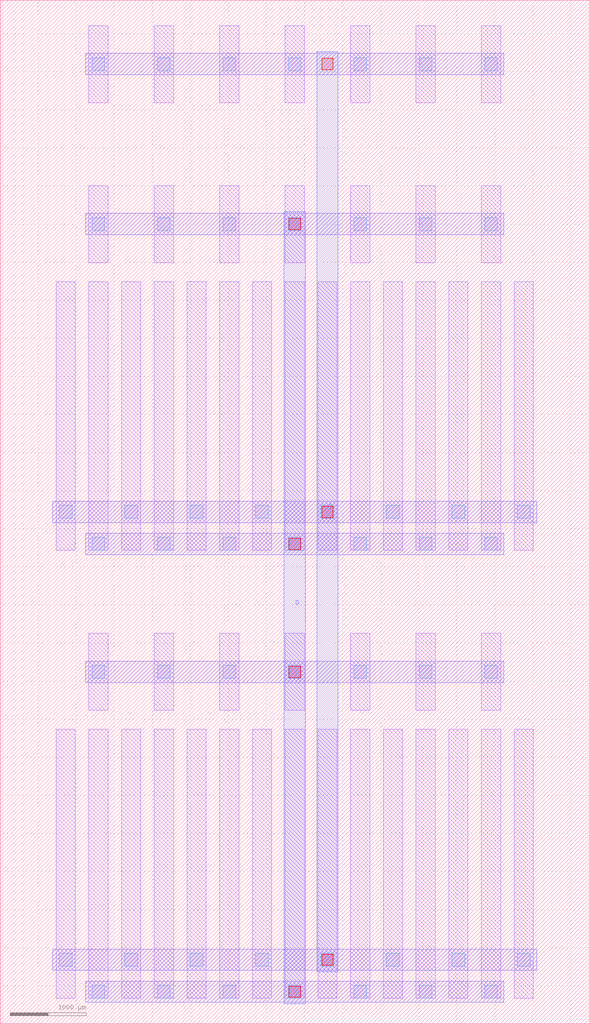
<source format=lef>
MACRO DCL_NMOS_S_91990922_X7_Y2
  UNITS 
    DATABASE MICRONS UNITS 1000;
  END UNITS 
  ORIGIN 0 0 ;
  FOREIGN DCL_NMOS_S_91990922_X7_Y2 0 0 ;
  SIZE 7740 BY 13440 ;
  PIN D
    DIRECTION INOUT ;
    USE SIGNAL ;
    PORT
      LAYER M3 ;
        RECT 3730 260 4010 10660 ;
    END
  END D
  PIN S
    DIRECTION INOUT ;
    USE SIGNAL ;
    PORT
      LAYER M3 ;
        RECT 4160 680 4440 12760 ;
    END
  END S
  OBS
    LAYER M1 ;
      RECT 1165 335 1415 3865 ;
    LAYER M1 ;
      RECT 1165 4115 1415 5125 ;
    LAYER M1 ;
      RECT 1165 6215 1415 9745 ;
    LAYER M1 ;
      RECT 1165 9995 1415 11005 ;
    LAYER M1 ;
      RECT 1165 12095 1415 13105 ;
    LAYER M1 ;
      RECT 735 335 985 3865 ;
    LAYER M1 ;
      RECT 735 6215 985 9745 ;
    LAYER M1 ;
      RECT 1595 335 1845 3865 ;
    LAYER M1 ;
      RECT 1595 6215 1845 9745 ;
    LAYER M1 ;
      RECT 2025 335 2275 3865 ;
    LAYER M1 ;
      RECT 2025 4115 2275 5125 ;
    LAYER M1 ;
      RECT 2025 6215 2275 9745 ;
    LAYER M1 ;
      RECT 2025 9995 2275 11005 ;
    LAYER M1 ;
      RECT 2025 12095 2275 13105 ;
    LAYER M1 ;
      RECT 2455 335 2705 3865 ;
    LAYER M1 ;
      RECT 2455 6215 2705 9745 ;
    LAYER M1 ;
      RECT 2885 335 3135 3865 ;
    LAYER M1 ;
      RECT 2885 4115 3135 5125 ;
    LAYER M1 ;
      RECT 2885 6215 3135 9745 ;
    LAYER M1 ;
      RECT 2885 9995 3135 11005 ;
    LAYER M1 ;
      RECT 2885 12095 3135 13105 ;
    LAYER M1 ;
      RECT 3315 335 3565 3865 ;
    LAYER M1 ;
      RECT 3315 6215 3565 9745 ;
    LAYER M1 ;
      RECT 3745 335 3995 3865 ;
    LAYER M1 ;
      RECT 3745 4115 3995 5125 ;
    LAYER M1 ;
      RECT 3745 6215 3995 9745 ;
    LAYER M1 ;
      RECT 3745 9995 3995 11005 ;
    LAYER M1 ;
      RECT 3745 12095 3995 13105 ;
    LAYER M1 ;
      RECT 4175 335 4425 3865 ;
    LAYER M1 ;
      RECT 4175 6215 4425 9745 ;
    LAYER M1 ;
      RECT 4605 335 4855 3865 ;
    LAYER M1 ;
      RECT 4605 4115 4855 5125 ;
    LAYER M1 ;
      RECT 4605 6215 4855 9745 ;
    LAYER M1 ;
      RECT 4605 9995 4855 11005 ;
    LAYER M1 ;
      RECT 4605 12095 4855 13105 ;
    LAYER M1 ;
      RECT 5035 335 5285 3865 ;
    LAYER M1 ;
      RECT 5035 6215 5285 9745 ;
    LAYER M1 ;
      RECT 5465 335 5715 3865 ;
    LAYER M1 ;
      RECT 5465 4115 5715 5125 ;
    LAYER M1 ;
      RECT 5465 6215 5715 9745 ;
    LAYER M1 ;
      RECT 5465 9995 5715 11005 ;
    LAYER M1 ;
      RECT 5465 12095 5715 13105 ;
    LAYER M1 ;
      RECT 5895 335 6145 3865 ;
    LAYER M1 ;
      RECT 5895 6215 6145 9745 ;
    LAYER M1 ;
      RECT 6325 335 6575 3865 ;
    LAYER M1 ;
      RECT 6325 4115 6575 5125 ;
    LAYER M1 ;
      RECT 6325 6215 6575 9745 ;
    LAYER M1 ;
      RECT 6325 9995 6575 11005 ;
    LAYER M1 ;
      RECT 6325 12095 6575 13105 ;
    LAYER M1 ;
      RECT 6755 335 7005 3865 ;
    LAYER M1 ;
      RECT 6755 6215 7005 9745 ;
    LAYER M2 ;
      RECT 1120 4480 6620 4760 ;
    LAYER M2 ;
      RECT 1120 280 6620 560 ;
    LAYER M2 ;
      RECT 690 700 7050 980 ;
    LAYER M2 ;
      RECT 1120 10360 6620 10640 ;
    LAYER M2 ;
      RECT 1120 6160 6620 6440 ;
    LAYER M2 ;
      RECT 1120 12460 6620 12740 ;
    LAYER M2 ;
      RECT 690 6580 7050 6860 ;
    LAYER V1 ;
      RECT 1205 335 1375 505 ;
    LAYER V1 ;
      RECT 1205 4535 1375 4705 ;
    LAYER V1 ;
      RECT 1205 6215 1375 6385 ;
    LAYER V1 ;
      RECT 1205 10415 1375 10585 ;
    LAYER V1 ;
      RECT 1205 12515 1375 12685 ;
    LAYER V1 ;
      RECT 2065 335 2235 505 ;
    LAYER V1 ;
      RECT 2065 4535 2235 4705 ;
    LAYER V1 ;
      RECT 2065 6215 2235 6385 ;
    LAYER V1 ;
      RECT 2065 10415 2235 10585 ;
    LAYER V1 ;
      RECT 2065 12515 2235 12685 ;
    LAYER V1 ;
      RECT 2925 335 3095 505 ;
    LAYER V1 ;
      RECT 2925 4535 3095 4705 ;
    LAYER V1 ;
      RECT 2925 6215 3095 6385 ;
    LAYER V1 ;
      RECT 2925 10415 3095 10585 ;
    LAYER V1 ;
      RECT 2925 12515 3095 12685 ;
    LAYER V1 ;
      RECT 3785 335 3955 505 ;
    LAYER V1 ;
      RECT 3785 4535 3955 4705 ;
    LAYER V1 ;
      RECT 3785 6215 3955 6385 ;
    LAYER V1 ;
      RECT 3785 10415 3955 10585 ;
    LAYER V1 ;
      RECT 3785 12515 3955 12685 ;
    LAYER V1 ;
      RECT 4645 335 4815 505 ;
    LAYER V1 ;
      RECT 4645 4535 4815 4705 ;
    LAYER V1 ;
      RECT 4645 6215 4815 6385 ;
    LAYER V1 ;
      RECT 4645 10415 4815 10585 ;
    LAYER V1 ;
      RECT 4645 12515 4815 12685 ;
    LAYER V1 ;
      RECT 5505 335 5675 505 ;
    LAYER V1 ;
      RECT 5505 4535 5675 4705 ;
    LAYER V1 ;
      RECT 5505 6215 5675 6385 ;
    LAYER V1 ;
      RECT 5505 10415 5675 10585 ;
    LAYER V1 ;
      RECT 5505 12515 5675 12685 ;
    LAYER V1 ;
      RECT 6365 335 6535 505 ;
    LAYER V1 ;
      RECT 6365 4535 6535 4705 ;
    LAYER V1 ;
      RECT 6365 6215 6535 6385 ;
    LAYER V1 ;
      RECT 6365 10415 6535 10585 ;
    LAYER V1 ;
      RECT 6365 12515 6535 12685 ;
    LAYER V1 ;
      RECT 775 755 945 925 ;
    LAYER V1 ;
      RECT 775 6635 945 6805 ;
    LAYER V1 ;
      RECT 1635 755 1805 925 ;
    LAYER V1 ;
      RECT 1635 6635 1805 6805 ;
    LAYER V1 ;
      RECT 2495 755 2665 925 ;
    LAYER V1 ;
      RECT 2495 6635 2665 6805 ;
    LAYER V1 ;
      RECT 3355 755 3525 925 ;
    LAYER V1 ;
      RECT 3355 6635 3525 6805 ;
    LAYER V1 ;
      RECT 4215 755 4385 925 ;
    LAYER V1 ;
      RECT 4215 6635 4385 6805 ;
    LAYER V1 ;
      RECT 5075 755 5245 925 ;
    LAYER V1 ;
      RECT 5075 6635 5245 6805 ;
    LAYER V1 ;
      RECT 5935 755 6105 925 ;
    LAYER V1 ;
      RECT 5935 6635 6105 6805 ;
    LAYER V1 ;
      RECT 6795 755 6965 925 ;
    LAYER V1 ;
      RECT 6795 6635 6965 6805 ;
    LAYER V2 ;
      RECT 3795 345 3945 495 ;
    LAYER V2 ;
      RECT 3795 4545 3945 4695 ;
    LAYER V2 ;
      RECT 3795 6225 3945 6375 ;
    LAYER V2 ;
      RECT 3795 10425 3945 10575 ;
    LAYER V2 ;
      RECT 4225 765 4375 915 ;
    LAYER V2 ;
      RECT 4225 6645 4375 6795 ;
    LAYER V2 ;
      RECT 4225 12525 4375 12675 ;
  END
END DCL_NMOS_S_91990922_X7_Y2

</source>
